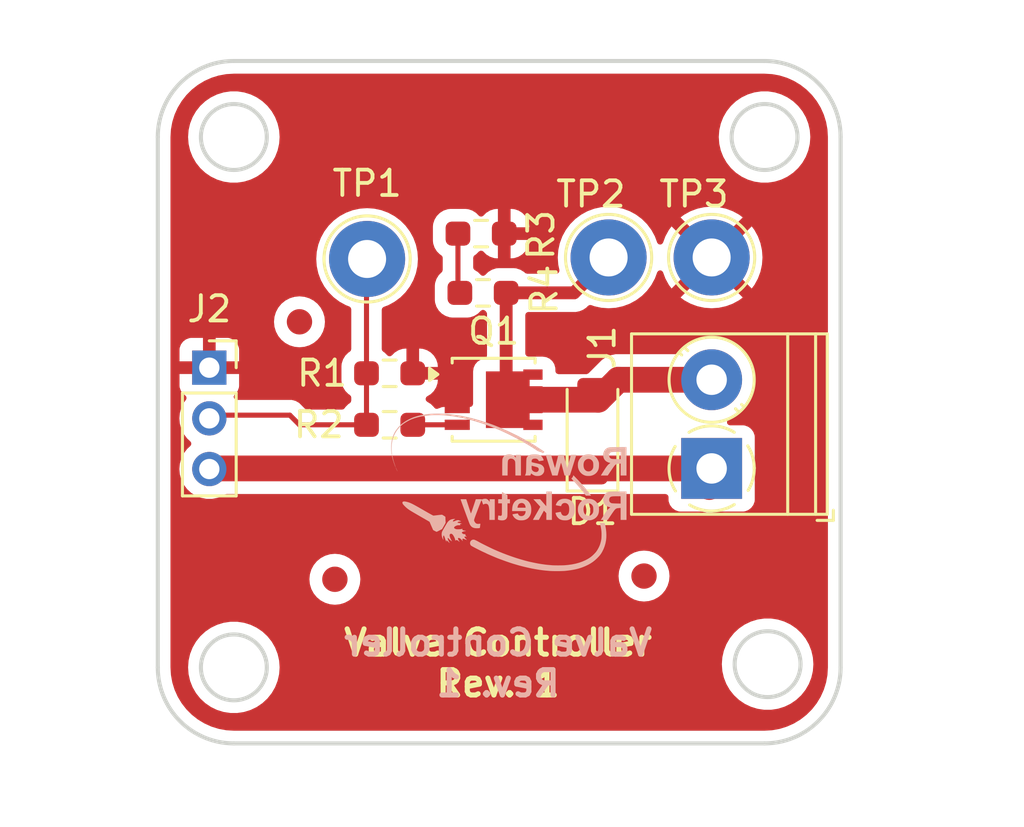
<source format=kicad_pcb>
(kicad_pcb (version 20240108) (generator "pcbnew") (generator_version "8.0")
  (layers (0 "F.Cu" signal) (31 "B.Cu" signal) (34 "B.Paste" user) (35 "F.Paste" user) (36 "B.SilkS" user "B.Silkscreen") (37 "F.SilkS" user "F.Silkscreen") (38 "B.Mask" user) (39 "F.Mask" user) (44 "Edge.Cuts" user))
  (net 0 "")
  (net 1 "+12V")
  (net 2 "Net-(Q1-G)")
  (net 3 "GNDD")
  (net 4 "/ValveController/Output")
  (net 5 "/ValveController/Input")
  (net 6 "Net-(R3-Pad2)")
  (footprint "TestPoint:TestPoint_Loop_D2.54mm_Drill1.5mm_Beaded" (layer "F.Cu") (at 45.466 25.273 180)
    (property "Reference" "TP3" (at 0.7 2.5 0) (layer "F.SilkS"))
    (property "Value" "TestPoint")
    (pad "1" thru_hole circle (at 0 0 180) (size 3 3) (drill 1.5) (layers "*.Cu" "*.Mask") (net 3 "GNDD"))
  )
  (footprint "Fiducial:Fiducial_1mm_Mask2mm" (layer "F.Cu") (at 29.21 27.813)
    (property "Reference" "FID2" (hide yes))
    (property "Value" "Fiducial" (hide yes))
    (pad "" smd circle (at 0 0) (size 1 1) (layers "F.Cu" "F.Mask") (clearance 0.5))
  )
  (footprint "Resistor_SMD:R_0603_1608Metric_Pad0.98x0.95mm_HandSolder" (layer "F.Cu") (at 36.449 26.67 180)
    (property "Reference" "R3" (at -2.286 2.286 -90) (layer "F.SilkS"))
    (property "Value" "100K")
    (pad "1" smd roundrect (at -0.9125 0 180) (size 0.975 0.95) (layers "F.Cu" "F.Paste" "F.Mask") (net 4 "/ValveController/Output"))
    (pad "2" smd roundrect (at 0.9125 0 180) (size 0.975 0.95) (layers "F.Cu" "F.Paste" "F.Mask") (net 6 "Net-(R3-Pad2)"))
  )
  (footprint "Fiducial:Fiducial_1mm_Mask2mm" (layer "F.Cu") (at 42.799 37.846)
    (property "Reference" "FID3" (hide yes))
    (property "Value" "Fiducial" (hide yes))
    (pad "" smd circle (at 0 0) (size 1 1) (layers "F.Cu" "F.Mask") (clearance 0.5))
  )
  (footprint "Diode_SMD:D_SOD-123" (layer "F.Cu") (at 40.767 32.13 90)
    (property "Reference" "D1" (at -3.176 0 180) (layer "F.SilkS"))
    (property "Value" "D")
    (pad "1" smd roundrect (at -1.65 0 90) (size 0.9 1.2) (layers "F.Cu" "F.Paste" "F.Mask") (net 1 "+12V"))
    (pad "2" smd roundrect (at 1.65 0 90) (size 0.9 1.2) (layers "F.Cu" "F.Paste" "F.Mask") (net 4 "/ValveController/Output"))
  )
  (footprint "TerminalBlock_Phoenix:TerminalBlock_Phoenix_PT-1,5-2-3.5-H_1x02_P3.50mm_Horizontal" (layer "F.Cu") (at 45.466 33.599 90)
    (property "Reference" "J1" (at 4.77 -4.318 90) (layer "F.SilkS"))
    (property "Value" "Screw_Terminal_01x02")
    (pad "1" thru_hole rect (at 0 0 90) (size 2.4 2.4) (drill 1.2) (layers "*.Cu" "*.Mask") (net 1 "+12V"))
    (pad "2" thru_hole circle (at 3.5 0 90) (size 2.4 2.4) (drill 1.2) (layers "*.Cu" "*.Mask") (net 4 "/ValveController/Output"))
  )
  (footprint "TestPoint:TestPoint_Loop_D2.54mm_Drill1.5mm_Beaded" (layer "F.Cu") (at 41.402 25.273 180)
    (property "Reference" "TP2" (at 0.7 2.5 0) (layer "F.SilkS"))
    (property "Value" "TestPoint")
    (pad "1" thru_hole circle (at 0 0 180) (size 3 3) (drill 1.5) (layers "*.Cu" "*.Mask") (net 4 "/ValveController/Output"))
  )
  (footprint "TestPoint:TestPoint_Loop_D2.54mm_Drill1.5mm_Beaded" (layer "F.Cu") (at 31.877 25.333)
    (property "Reference" "TP1" (at 0 -2.981 0) (layer "F.SilkS"))
    (property "Value" "TestPoint")
    (pad "1" thru_hole circle (at 0 0) (size 3 3) (drill 1.5) (layers "*.Cu" "*.Mask") (net 5 "/ValveController/Input"))
  )
  (footprint "Connector_PinSocket_2.00mm:PinSocket_1x03_P2.00mm_Vertical" (layer "F.Cu") (at 25.654 29.623)
    (property "Reference" "J2" (at 0 -2.318 0) (layer "F.SilkS"))
    (property "Value" "Conn_01x03_Socket")
    (pad "1" thru_hole rect (at 0 0) (size 1.35 1.35) (drill 0.8) (layers "*.Cu" "*.Mask") (net 3 "GNDD"))
    (pad "2" thru_hole oval (at 0 2) (size 1.35 1.35) (drill 0.8) (layers "*.Cu" "*.Mask") (net 5 "/ValveController/Input"))
    (pad "3" thru_hole oval (at 0 4) (size 1.35 1.35) (drill 0.8) (layers "*.Cu" "*.Mask") (net 1 "+12V"))
  )
  (footprint "Resistor_SMD:R_0603_1608Metric_Pad0.98x0.95mm_HandSolder" (layer "F.Cu") (at 36.373 24.333 180)
    (property "Reference" "R4" (at -2.489 -2.21 90) (layer "F.SilkS"))
    (property "Value" "27K")
    (pad "1" smd roundrect (at -0.9125 0 180) (size 0.975 0.95) (layers "F.Cu" "F.Paste" "F.Mask") (net 3 "GNDD"))
    (pad "2" smd roundrect (at 0.9125 0 180) (size 0.975 0.95) (layers "F.Cu" "F.Paste" "F.Mask") (net 6 "Net-(R3-Pad2)"))
  )
  (footprint "Package_SO:Vishay_PowerPAK_1212-8_Single" (layer "F.Cu") (at 36.868 30.887)
    (property "Reference" "Q1" (at 0 -2.7 0) (layer "F.SilkS"))
    (property "Value" "SiS454DN")
    (pad "1" smd rect (at -1.435 -0.99) (size 0.99 0.405) (layers "F.Cu" "F.Paste" "F.Mask") (net 3 "GNDD"))
    (pad "2" smd rect (at -1.435 -0.33) (size 0.99 0.405) (layers "F.Cu" "F.Paste" "F.Mask") (net 3 "GNDD"))
    (pad "3" smd rect (at -1.435 0.33) (size 0.99 0.405) (layers "F.Cu" "F.Paste" "F.Mask") (net 3 "GNDD"))
    (pad "4" smd rect (at -1.435 0.99) (size 0.99 0.405) (layers "F.Cu" "F.Paste" "F.Mask") (net 2 "Net-(Q1-G)"))
    (pad "5" smd custom (at 0.5575 0) (size 1.725 2.235) (layers "F.Cu" "F.Paste" "F.Mask") (net 4 "/ValveController/Output") (options (clearance outline) (anchor rect)) (primitives (gr_poly (pts (xy 1.3725 -0.7875) (xy 0.8625 -0.7875) (xy 0.8625 -0.5325) (xy 1.3725 -0.5325) (xy 1.3725 -0.1275) (xy 0.8625 -0.1275) (xy 0.8625 0.1275) (xy 1.3725 0.1275) (xy 1.3725 0.5325) (xy 0.8625 0.5325) (xy 0.8625 0.7875) (xy 1.3725 0.7875) (xy 1.3725 1.195) (xy 0.6125 1.195) (xy 0.6125 -1.195) (xy 1.3725 -1.195)) (width 0) (fill yes))))
  )
  (footprint "Fiducial:Fiducial_1mm_Mask2mm" (layer "F.Cu") (at 30.607 37.973)
    (property "Reference" "FID1" (hide yes))
    (property "Value" "Fiducial" (hide yes))
    (pad "" smd circle (at 0 0) (size 1 1) (layers "F.Cu" "F.Mask") (clearance 0.5))
  )
  (footprint "Resistor_SMD:R_0603_1608Metric_Pad0.98x0.95mm_HandSolder" (layer "F.Cu") (at 32.766 29.845 180)
    (property "Reference" "R1" (at 2.667 0 0) (layer "F.SilkS"))
    (property "Value" "3.3K")
    (pad "1" smd roundrect (at -0.9125 0 180) (size 0.975 0.95) (layers "F.Cu" "F.Paste" "F.Mask") (net 3 "GNDD"))
    (pad "2" smd roundrect (at 0.9125 0 180) (size 0.975 0.95) (layers "F.Cu" "F.Paste" "F.Mask") (net 5 "/ValveController/Input"))
  )
  (footprint "Resistor_SMD:R_0603_1608Metric_Pad0.98x0.95mm_HandSolder" (layer "F.Cu") (at 32.766 31.877)
    (property "Reference" "R2" (at -2.794 0 0) (layer "F.SilkS"))
    (property "Value" "1K")
    (pad "1" smd roundrect (at -0.9125 0) (size 0.975 0.95) (layers "F.Cu" "F.Paste" "F.Mask") (net 5 "/ValveController/Input"))
    (pad "2" smd roundrect (at 0.9125 0) (size 0.975 0.95) (layers "F.Cu" "F.Paste" "F.Mask") (net 2 "Net-(Q1-G)"))
  )
  (footprint "LOGO" (layer "B.Cu") (at 37.462404 34.3 180)
    (property "Reference" "G***" (hide yes))
    (property "Value" "LOGO" (hide yes))
  )
  (gr_line (start 26.622 17.519742) (end 47.552258 17.519742) (stroke (width 0.16)) (layer "Edge.Cuts"))
  (gr_line (start 47.552258 44.45) (end 26.622 44.45) (stroke (width 0.16)) (layer "Edge.Cuts"))
  (gr_arc (start 50.552258 41.45) (mid 49.673578 43.57132) (end 47.552258 44.45) (stroke (width 0.16)) (layer "Edge.Cuts"))
  (gr_line (start 23.622 41.45) (end 23.622 20.519742) (stroke (width 0.16)) (layer "Edge.Cuts"))
  (gr_line (start 50.552258 20.519742) (end 50.552258 41.45) (stroke (width 0.16)) (layer "Edge.Cuts"))
  (gr_arc (start 47.552258 17.519742) (mid 49.673578 18.398422) (end 50.552258 20.519742) (stroke (width 0.16)) (layer "Edge.Cuts"))
  (gr_arc (start 26.622 44.45) (mid 24.50068 43.57132) (end 23.622 41.45) (stroke (width 0.16)) (layer "Edge.Cuts"))
  (gr_circle (center 47.552258 20.519742) (end 46.252258 20.519742) (stroke (width 0.16)) (fill none) (layer "Edge.Cuts"))
  (gr_circle (center 47.673 41.323) (end 46.373 41.323) (stroke (width 0.16)) (fill none) (layer "Edge.Cuts"))
  (gr_circle (center 26.622 41.45) (end 25.322 41.45) (stroke (width 0.16)) (fill none) (layer "Edge.Cuts"))
  (gr_circle (center 26.622 20.519742) (end 25.322 20.519742) (stroke (width 0.16)) (fill none) (layer "Edge.Cuts"))
  (gr_arc (start 23.622 20.519742) (mid 24.50068 18.398422) (end 26.622 17.519742) (stroke (width 0.16)) (layer "Edge.Cuts"))
  (gr_text "Valve Controller\nRev. 1" (at 37.043404 42.672 0) (layer "B.SilkS") (effects (font (size 1 1) (thickness 0.2) (bold yes)) (justify bottom mirror)))
  (gr_text "Valve Controller\nRev. 1" (at 37.043404 42.672 0) (layer "F.SilkS") (effects (font (size 1 1) (thickness 0.2) (bold yes)) (justify bottom)))
  (segment (start 45.466 33.599) (end 25.964 33.599) (width 1.016) (layer "F.Cu") (net 1))
  (segment (start 25.964 33.599) (end 25.908 33.655) (width 1.016) (layer "F.Cu") (net 1))
  (segment (start 45.373 34.333) (end 45.466 34.24) (width 1.016) (layer "F.Cu") (net 1))
  (segment (start 45.466 34.24) (end 45.466 33.599) (width 1.016) (layer "F.Cu") (net 1))
  (segment (start 33.6785 31.877) (end 35.433 31.877) (width 0.2) (layer "F.Cu") (net 2))
  (segment (start 25.642 29.833) (end 25.654 29.845) (width 0.2) (layer "F.Cu") (net 3))
  (segment (start 33.7305 29.897) (end 33.6785 29.845) (width 0.2) (layer "F.Cu") (net 3))
  (segment (start 40.995 30.887) (end 37.4255 30.887) (width 1.016) (layer "F.Cu") (net 4))
  (segment (start 41.373 25.333) (end 40.036 26.67) (width 0.508) (layer "F.Cu") (net 4))
  (segment (start 45.466 30.099) (end 45.373 30.192) (width 0.2) (layer "F.Cu") (net 4))
  (segment (start 37.3615 26.67) (end 37.3615 30.823) (width 0.508) (layer "F.Cu") (net 4))
  (segment (start 45.373 30.192) (end 45.373 30.833) (width 0.2) (layer "F.Cu") (net 4))
  (segment (start 45.466 30.099) (end 41.783 30.099) (width 1.016) (layer "F.Cu") (net 4))
  (segment (start 41.783 30.099) (end 40.995 30.887) (width 1.016) (layer "F.Cu") (net 4))
  (segment (start 40.036 26.67) (end 37.3615 26.67) (width 0.508) (layer "F.Cu") (net 4))
  (segment (start 37.3615 30.823) (end 37.4255 30.887) (width 0.2) (layer "F.Cu") (net 4))
  (segment (start 31.8535 26.3135) (end 31.8535 29.845) (width 0.2) (layer "F.Cu") (net 5))
  (segment (start 28.829 31.496) (end 25.781 31.496) (width 0.2) (layer "F.Cu") (net 5))
  (segment (start 31.8535 31.877) (end 29.21 31.877) (width 0.2) (layer "F.Cu") (net 5))
  (segment (start 29.21 31.877) (end 28.829 31.496) (width 0.2) (layer "F.Cu") (net 5))
  (segment (start 25.781 31.496) (end 25.654 31.623) (width 0.2) (layer "F.Cu") (net 5))
  (segment (start 30.873 25.333) (end 31.8535 26.3135) (width 0.2) (layer "F.Cu") (net 5))
  (segment (start 31.8535 31.877) (end 31.8535 29.845) (width 0.2) (layer "F.Cu") (net 5))
  (segment (start 35.4605 26.594) (end 35.5365 26.67) (width 0.2) (layer "F.Cu") (net 6))
  (segment (start 35.4605 24.333) (end 35.4605 26.594) (width 0.2) (layer "F.Cu") (net 6))
  (zone (net 3) (net_name "GNDD") (layer "F.Cu") (connect_pads (clearance 0.5)) (min_thickness 0.25) (fill yes (thermal_gap 0.5) (thermal_bridge_width 0.5))
    (polygon (pts (xy 17.399 47.117) (xy 17.78 15.113) (xy 57.785 15.367) (xy 57.531 47.752)))
  )
)
</source>
